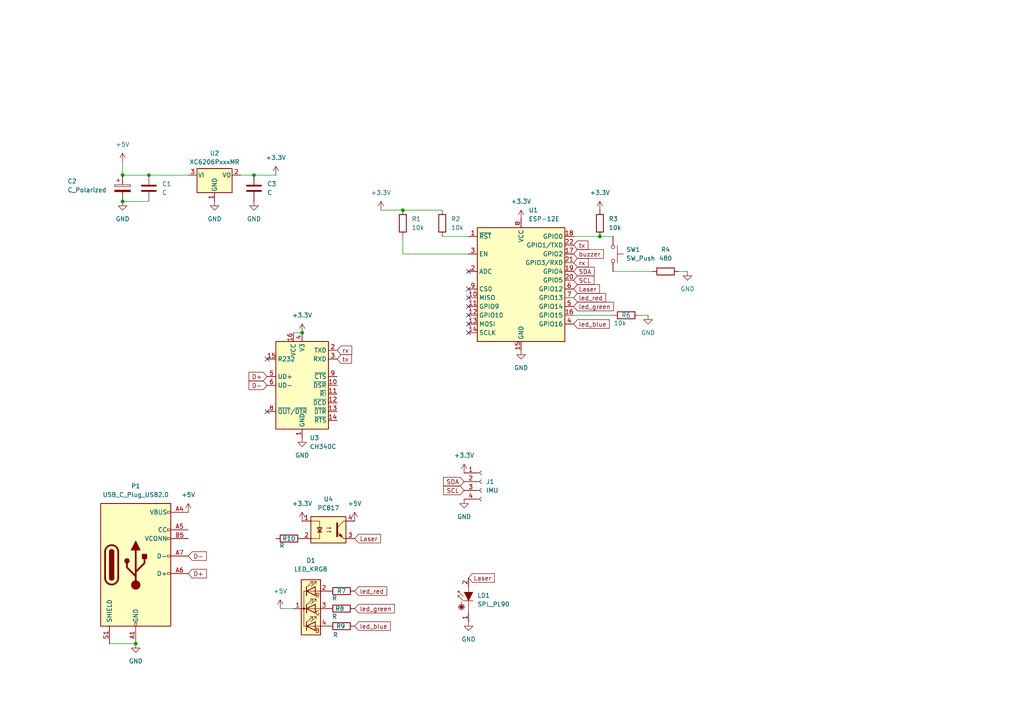
<source format=kicad_sch>
(kicad_sch (version 20231120) (generator "eeschema") (generator_version "8.0")
  (paper "A4")
  (title_block (title "SIMHIT") (date "2024-05-28") (rev "0.1") (company "Universidad Austral de Chile") (comment 1 "David Ávila Quezada"))
  (lib_symbols
    (symbol "Connector:Conn_01x04_Socket" (pin_names (offset 1.016) hide)
      (property "Reference" "J" (at 0 5.08 0))
      (property "Value" "Conn_01x04_Socket" (at 0 -7.62 0))
      (symbol "Conn_01x04_Socket_1_1"
        (arc (start 0 -4.572) (mid -0.5058 -5.08) (end 0 -5.588) (stroke (width 0.1524)))
        (arc (start 0 -2.032) (mid -0.5058 -2.54) (end 0 -3.048) (stroke (width 0.1524)))
        (polyline (pts (xy -1.27 -5.08) (xy -0.508 -5.08)) (stroke (width 0.1524)))
        (polyline (pts (xy -1.27 -2.54) (xy -0.508 -2.54)) (stroke (width 0.1524)))
        (polyline (pts (xy -1.27 0) (xy -0.508 0)) (stroke (width 0.1524)))
        (polyline (pts (xy -1.27 2.54) (xy -0.508 2.54)) (stroke (width 0.1524)))
        (arc (start 0 0.508) (mid -0.5058 0) (end 0 -0.508) (stroke (width 0.1524)))
        (arc (start 0 3.048) (mid -0.5058 2.54) (end 0 2.032) (stroke (width 0.1524)))
        (pin passive line (at -5.08 2.54 0) (length 3.81) (name "Pin_1") (number "1"))
        (pin passive line (at -5.08 0 0) (length 3.81) (name "Pin_2") (number "2"))
        (pin passive line (at -5.08 -2.54 0) (length 3.81) (name "Pin_3") (number "3"))
        (pin passive line (at -5.08 -5.08 0) (length 3.81) (name "Pin_4") (number "4"))
      )
    )
    (symbol "Connector:USB_C_Plug_USB2.0" (pin_names (offset 1.016))
      (property "Reference" "P" (at -10.16 19.05 0))
      (property "Value" "USB_C_Plug_USB2.0" (at 12.7 19.05 0))
      (symbol "USB_C_Plug_USB2.0_0_0"
        (rectangle (start -0.254 -17.78) (end 0.254 -16.764))
        (rectangle (start 10.16 -2.286) (end 9.144 -2.794))
        (rectangle (start 10.16 2.794) (end 9.144 2.286))
        (rectangle (start 10.16 7.874) (end 9.144 7.366))
        (rectangle (start 10.16 10.414) (end 9.144 9.906))
        (rectangle (start 10.16 15.494) (end 9.144 14.986))
      )
      (symbol "USB_C_Plug_USB2.0_0_1"
        (rectangle (start -10.16 17.78) (end 10.16 -17.78) (stroke (width 0.254)) (fill (type background)))
        (arc (start -8.89 -3.81) (mid -6.985 -5.7067) (end -5.08 -3.81) (stroke (width 0.508)))
        (arc (start -7.62 -3.81) (mid -6.985 -4.4423) (end -6.35 -3.81) (stroke (width 0.254)))
        (arc (start -7.62 -3.81) (mid -6.985 -4.4423) (end -6.35 -3.81) (stroke (width 0.254)) (fill (type outline)))
        (rectangle (start -7.62 -3.81) (end -6.35 3.81) (stroke (width 0.254)) (fill (type outline)))
        (arc (start -6.35 3.81) (mid -6.985 4.4423) (end -7.62 3.81) (stroke (width 0.254)))
        (arc (start -6.35 3.81) (mid -6.985 4.4423) (end -7.62 3.81) (stroke (width 0.254)) (fill (type outline)))
        (arc (start -5.08 3.81) (mid -6.985 5.7067) (end -8.89 3.81) (stroke (width 0.508)))
        (circle (center -2.54 1.143) (radius 0.635) (stroke (width 0.254)) (fill (type outline)))
        (circle (center 0 -5.842) (radius 1.27) (fill (type outline)))
        (polyline (pts (xy -8.89 -3.81) (xy -8.89 3.81)) (stroke (width 0.508)))
        (polyline (pts (xy -5.08 3.81) (xy -5.08 -3.81)) (stroke (width 0.508)))
        (polyline (pts (xy 0 -5.842) (xy 0 4.318)) (stroke (width 0.508)))
        (polyline (pts (xy 0 -3.302) (xy -2.54 -0.762) (xy -2.54 0.508)) (stroke (width 0.508)))
        (polyline (pts (xy 0 -2.032) (xy 2.54 0.508) (xy 2.54 1.778)) (stroke (width 0.508)))
        (polyline (pts (xy -1.27 4.318) (xy 0 6.858) (xy 1.27 4.318) (xy -1.27 4.318)) (stroke (width 0.254)) (fill (type outline)))
        (rectangle (start 1.905 1.778) (end 3.175 3.048) (stroke (width 0.254)) (fill (type outline)))
      )
      (symbol "USB_C_Plug_USB2.0_1_1"
        (pin passive line (at 0 -22.86 90) (length 5.08) (name "GND") (number "A1"))
        (pin passive line (at 0 -22.86 90) (length 5.08) hide (name "GND") (number "A12"))
        (pin passive line (at 15.24 15.24 180) (length 5.08) (name "VBUS") (number "A4"))
        (pin bidirectional line (at 15.24 10.16 180) (length 5.08) (name "CC") (number "A5"))
        (pin bidirectional line (at 15.24 -2.54 180) (length 5.08) (name "D+") (number "A6"))
        (pin bidirectional line (at 15.24 2.54 180) (length 5.08) (name "D-") (number "A7"))
        (pin passive line (at 15.24 15.24 180) (length 5.08) hide (name "VBUS") (number "A9"))
        (pin passive line (at 0 -22.86 90) (length 5.08) hide (name "GND") (number "B1"))
        (pin passive line (at 0 -22.86 90) (length 5.08) hide (name "GND") (number "B12"))
        (pin passive line (at 15.24 15.24 180) (length 5.08) hide (name "VBUS") (number "B4"))
        (pin bidirectional line (at 15.24 7.62 180) (length 5.08) (name "VCONN") (number "B5"))
        (pin passive line (at 15.24 15.24 180) (length 5.08) hide (name "VBUS") (number "B9"))
        (pin passive line (at -7.62 -22.86 90) (length 5.08) (name "SHIELD") (number "S1"))
      )
    )
    (symbol "Device:C" (pin_numbers hide) (pin_names (offset 0.254))
      (property "Reference" "C" (at 0.635 2.54 0))
      (property "Value" "C" (at 0.635 -2.54 0))
      (symbol "C_0_1"
        (polyline (pts (xy -2.032 -0.762) (xy 2.032 -0.762)) (stroke (width 0.508)))
        (polyline (pts (xy -2.032 0.762) (xy 2.032 0.762)) (stroke (width 0.508)))
      )
      (symbol "C_1_1"
        (pin passive line (at 0 3.81 270) (length 2.794) (name "~") (number "1"))
        (pin passive line (at 0 -3.81 90) (length 2.794) (name "~") (number "2"))
      )
    )
    (symbol "Device:C_Polarized" (pin_numbers hide) (pin_names (offset 0.254))
      (property "Reference" "C" (at 0.635 2.54 0))
      (property "Value" "C_Polarized" (at 0.635 -2.54 0))
      (symbol "C_Polarized_0_1"
        (rectangle (start -2.286 0.508) (end 2.286 1.016))
        (polyline (pts (xy -1.778 2.286) (xy -0.762 2.286)))
        (polyline (pts (xy -1.27 2.794) (xy -1.27 1.778)))
        (rectangle (start 2.286 -0.508) (end -2.286 -1.016) (fill (type outline)))
      )
      (symbol "C_Polarized_1_1"
        (pin passive line (at 0 3.81 270) (length 2.794) (name "~") (number "1"))
        (pin passive line (at 0 -3.81 90) (length 2.794) (name "~") (number "2"))
      )
    )
    (symbol "Device:LED_KRGB" (pin_names (offset 0) hide)
      (property "Reference" "D" (at 0 9.398 0))
      (property "Value" "LED_KRGB" (at 0 -8.89 0))
      (symbol "LED_KRGB_0_0"
        (text "B" (at 1.905 -6.35 0) (effects (font (size 1.27 1.27))))
        (text "G" (at 1.905 -1.27 0) (effects (font (size 1.27 1.27))))
        (text "R" (at 1.905 3.81 0) (effects (font (size 1.27 1.27))))
      )
      (symbol "LED_KRGB_0_1"
        (circle (center -2.032 0) (radius 0.254) (fill (type outline)))
        (polyline (pts (xy -1.27 -5.08) (xy 1.27 -5.08)))
        (polyline (pts (xy -1.27 -3.81) (xy -1.27 -6.35)) (stroke (width 0.254)))
        (polyline (pts (xy -1.27 0) (xy -2.54 0)))
        (polyline (pts (xy -1.27 1.27) (xy -1.27 -1.27)) (stroke (width 0.254)))
        (polyline (pts (xy -1.27 5.08) (xy 1.27 5.08)))
        (polyline (pts (xy -1.27 6.35) (xy -1.27 3.81)) (stroke (width 0.254)))
        (polyline (pts (xy 1.27 -5.08) (xy 2.54 -5.08)))
        (polyline (pts (xy 1.27 0) (xy -1.27 0)))
        (polyline (pts (xy 1.27 0) (xy 2.54 0)))
        (polyline (pts (xy 1.27 5.08) (xy 2.54 5.08)))
        (polyline (pts (xy -1.27 1.27) (xy -1.27 -1.27) (xy -1.27 -1.27)))
        (polyline (pts (xy -1.27 6.35) (xy -1.27 3.81) (xy -1.27 3.81)))
        (polyline (pts (xy -1.27 5.08) (xy -2.032 5.08) (xy -2.032 -5.08) (xy -1.016 -5.08)))
        (polyline (pts (xy 1.27 -3.81) (xy 1.27 -6.35) (xy -1.27 -5.08) (xy 1.27 -3.81)) (stroke (width 0.254)))
        (polyline (pts (xy 1.27 1.27) (xy 1.27 -1.27) (xy -1.27 0) (xy 1.27 1.27)) (stroke (width 0.254)))
        (polyline (pts (xy 1.27 6.35) (xy 1.27 3.81) (xy -1.27 5.08) (xy 1.27 6.35)) (stroke (width 0.254)))
        (polyline (pts (xy -1.016 -3.81) (xy 0.508 -2.286) (xy -0.254 -2.286) (xy 0.508 -2.286) (xy 0.508 -3.048)))
        (polyline (pts (xy -1.016 1.27) (xy 0.508 2.794) (xy -0.254 2.794) (xy 0.508 2.794) (xy 0.508 2.032)))
        (polyline (pts (xy -1.016 6.35) (xy 0.508 7.874) (xy -0.254 7.874) (xy 0.508 7.874) (xy 0.508 7.112)))
        (polyline (pts (xy 0 -3.81) (xy 1.524 -2.286) (xy 0.762 -2.286) (xy 1.524 -2.286) (xy 1.524 -3.048)))
        (polyline (pts (xy 0 1.27) (xy 1.524 2.794) (xy 0.762 2.794) (xy 1.524 2.794) (xy 1.524 2.032)))
        (polyline (pts (xy 0 6.35) (xy 1.524 7.874) (xy 0.762 7.874) (xy 1.524 7.874) (xy 1.524 7.112)))
        (rectangle (start 1.27 -1.27) (end 1.27 1.27))
        (rectangle (start 1.27 1.27) (end 1.27 1.27))
        (rectangle (start 1.27 3.81) (end 1.27 6.35))
        (rectangle (start 1.27 6.35) (end 1.27 6.35))
        (rectangle (start 2.794 8.382) (end -2.794 -7.62) (stroke (width 0.254)) (fill (type background)))
      )
      (symbol "LED_KRGB_1_1"
        (pin passive line (at -5.08 0 0) (length 2.54) (name "K") (number "1"))
        (pin passive line (at 5.08 5.08 180) (length 2.54) (name "RA") (number "2"))
        (pin passive line (at 5.08 0 180) (length 2.54) (name "GA") (number "3"))
        (pin passive line (at 5.08 -5.08 180) (length 2.54) (name "BA") (number "4"))
      )
    )
    (symbol "Device:R" (pin_numbers hide) (pin_names (offset 0))
      (property "Reference" "R" (at 2.032 0 90))
      (property "Value" "R" (at 0 0 90))
      (symbol "R_0_1"
        (rectangle (start -1.016 -2.54) (end 1.016 2.54) (stroke (width 0.254)))
      )
      (symbol "R_1_1"
        (pin passive line (at 0 3.81 270) (length 1.27) (name "~") (number "1"))
        (pin passive line (at 0 -3.81 90) (length 1.27) (name "~") (number "2"))
      )
    )
    (symbol "Diode_Laser:SPL_PL90" (pin_names (offset 1.016) hide)
      (property "Reference" "LD" (at -1.27 4.445 0))
      (property "Value" "SPL_PL90" (at -1.27 -2.54 0))
      (symbol "SPL_PL90_0_1"
        (polyline (pts (xy -4.064 1.27) (xy -2.54 2.794)))
        (polyline (pts (xy -4.064 1.778) (xy -2.54 2.286)))
        (polyline (pts (xy -4.064 2.286) (xy -2.54 1.778)))
        (polyline (pts (xy -4.064 2.794) (xy -2.54 1.27)))
        (polyline (pts (xy -3.556 2.794) (xy -3.048 1.27)))
        (polyline (pts (xy -3.302 2.032) (xy -3.302 1.016)))
        (polyline (pts (xy -3.302 2.032) (xy -3.302 3.048)))
        (polyline (pts (xy -3.048 2.794) (xy -3.556 1.27)))
        (polyline (pts (xy -1.778 2.032) (xy -4.318 2.032)))
        (polyline (pts (xy -1.524 1.27) (xy -1.524 -1.27)) (stroke (width 0.1524)))
        (polyline (pts (xy 1.27 3.048) (xy 0.762 3.048)))
        (polyline (pts (xy 2.54 0) (xy -5.08 0)))
        (polyline (pts (xy -0.254 1.524) (xy 1.27 3.048) (xy 1.27 2.54)))
        (polyline (pts (xy 1.016 1.27) (xy -1.524 0) (xy 1.016 -1.27)) (fill (type outline)))
        (polyline (pts (xy -1.524 1.524) (xy 0 3.048) (xy 0 2.54) (xy 0 3.048) (xy -0.508 3.048)))
      )
      (symbol "SPL_PL90_1_1"
        (pin passive line (at -7.62 0 0) (length 2.54) (name "C") (number "1"))
        (pin passive line (at 5.08 0 180) (length 2.54) (name "A") (number "2"))
      )
    )
    (symbol "Interface_USB:CH340C"
      (property "Reference" "U" (at -5.08 13.97 0))
      (property "Value" "CH340C" (at 1.27 13.97 0))
      (symbol "CH340C_0_1"
        (rectangle (start -7.62 12.7) (end 7.62 -12.7) (stroke (width 0.254)) (fill (type background)))
      )
      (symbol "CH340C_1_1"
        (pin power_in line (at 0 -15.24 90) (length 2.54) (name "GND") (number "1"))
        (pin input line (at 10.16 0 180) (length 2.54) (name "~{DSR}") (number "10"))
        (pin input line (at 10.16 -2.54 180) (length 2.54) (name "~{RI}") (number "11"))
        (pin input line (at 10.16 -5.08 180) (length 2.54) (name "~{DCD}") (number "12"))
        (pin output line (at 10.16 -7.62 180) (length 2.54) (name "~{DTR}") (number "13"))
        (pin output line (at 10.16 -10.16 180) (length 2.54) (name "~{RTS}") (number "14"))
        (pin input line (at -10.16 7.62 0) (length 2.54) (name "R232") (number "15"))
        (pin power_in line (at -2.54 15.24 270) (length 2.54) (name "VCC") (number "16"))
        (pin output line (at 10.16 10.16 180) (length 2.54) (name "TXD") (number "2"))
        (pin input line (at 10.16 7.62 180) (length 2.54) (name "RXD") (number "3"))
        (pin power_out line (at 0 15.24 270) (length 2.54) (name "V3") (number "4"))
        (pin bidirectional line (at -10.16 2.54 0) (length 2.54) (name "UD+") (number "5"))
        (pin bidirectional line (at -10.16 0 0) (length 2.54) (name "UD-") (number "6"))
        (pin no_connect line (at -7.62 -5.08 0) (length 2.54) hide (name "NC") (number "7"))
        (pin output line (at -10.16 -7.62 0) (length 2.54) (name "~{OUT}/~{DTR}") (number "8"))
        (pin input line (at 10.16 2.54 180) (length 2.54) (name "~{CTS}") (number "9"))
      )
    )
    (symbol "Isolator:PC817" (pin_names (offset 1.016))
      (property "Reference" "U" (at -5.08 5.08 0))
      (property "Value" "PC817" (at 0 5.08 0))
      (symbol "PC817_0_1"
        (rectangle (start -5.08 3.81) (end 5.08 -3.81) (stroke (width 0.254)) (fill (type background)))
        (polyline (pts (xy -3.175 -0.635) (xy -1.905 -0.635)) (stroke (width 0.254)))
        (polyline (pts (xy 2.54 0.635) (xy 4.445 2.54)))
        (polyline (pts (xy 4.445 -2.54) (xy 2.54 -0.635)) (fill (type outline)))
        (polyline (pts (xy 4.445 -2.54) (xy 5.08 -2.54)))
        (polyline (pts (xy 4.445 2.54) (xy 5.08 2.54)))
        (polyline (pts (xy -5.08 2.54) (xy -2.54 2.54) (xy -2.54 -0.635)))
        (polyline (pts (xy -2.54 -0.635) (xy -2.54 -2.54) (xy -5.08 -2.54)))
        (polyline (pts (xy 2.54 1.905) (xy 2.54 -1.905) (xy 2.54 -1.905)) (stroke (width 0.508)))
        (polyline (pts (xy -2.54 -0.635) (xy -3.175 0.635) (xy -1.905 0.635) (xy -2.54 -0.635)) (stroke (width 0.254)))
        (polyline (pts (xy -0.508 -0.508) (xy 0.762 -0.508) (xy 0.381 -0.635) (xy 0.381 -0.381) (xy 0.762 -0.508)))
        (polyline (pts (xy -0.508 0.508) (xy 0.762 0.508) (xy 0.381 0.381) (xy 0.381 0.635) (xy 0.762 0.508)))
        (polyline (pts (xy 3.048 -1.651) (xy 3.556 -1.143) (xy 4.064 -2.159) (xy 3.048 -1.651) (xy 3.048 -1.651)) (fill (type outline)))
      )
      (symbol "PC817_1_1"
        (pin passive line (at -7.62 2.54 0) (length 2.54) (name "~") (number "1"))
        (pin passive line (at -7.62 -2.54 0) (length 2.54) (name "~") (number "2"))
        (pin passive line (at 7.62 -2.54 180) (length 2.54) (name "~") (number "3"))
        (pin passive line (at 7.62 2.54 180) (length 2.54) (name "~") (number "4"))
      )
    )
    (symbol "RF_Module:ESP-12E"
      (property "Reference" "U" (at -12.7 19.05 0))
      (property "Value" "ESP-12E" (at 12.7 19.05 0))
      (symbol "ESP-12E_0_1"
        (rectangle (start -12.7 17.78) (end 12.7 -15.24) (stroke (width 0.254)) (fill (type background)))
      )
      (symbol "ESP-12E_1_1"
        (pin input line (at -15.24 15.24 0) (length 2.54) (name "~{RST}") (number "1"))
        (pin bidirectional line (at -15.24 -2.54 0) (length 2.54) (name "MISO") (number "10"))
        (pin bidirectional line (at -15.24 -5.08 0) (length 2.54) (name "GPIO9") (number "11"))
        (pin bidirectional line (at -15.24 -7.62 0) (length 2.54) (name "GPIO10") (number "12"))
        (pin bidirectional line (at -15.24 -10.16 0) (length 2.54) (name "MOSI") (number "13"))
        (pin bidirectional line (at -15.24 -12.7 0) (length 2.54) (name "SCLK") (number "14"))
        (pin power_in line (at 0 -17.78 90) (length 2.54) (name "GND") (number "15"))
        (pin bidirectional line (at 15.24 -7.62 180) (length 2.54) (name "GPIO15") (number "16"))
        (pin bidirectional line (at 15.24 10.16 180) (length 2.54) (name "GPIO2") (number "17"))
        (pin bidirectional line (at 15.24 15.24 180) (length 2.54) (name "GPIO0") (number "18"))
        (pin bidirectional line (at 15.24 5.08 180) (length 2.54) (name "GPIO4") (number "19"))
        (pin input line (at -15.24 5.08 0) (length 2.54) (name "ADC") (number "2"))
        (pin bidirectional line (at 15.24 2.54 180) (length 2.54) (name "GPIO5") (number "20"))
        (pin bidirectional line (at 15.24 7.62 180) (length 2.54) (name "GPIO3/RXD") (number "21"))
        (pin bidirectional line (at 15.24 12.7 180) (length 2.54) (name "GPIO1/TXD") (number "22"))
        (pin input line (at -15.24 10.16 0) (length 2.54) (name "EN") (number "3"))
        (pin bidirectional line (at 15.24 -10.16 180) (length 2.54) (name "GPIO16") (number "4"))
        (pin bidirectional line (at 15.24 -5.08 180) (length 2.54) (name "GPIO14") (number "5"))
        (pin bidirectional line (at 15.24 0 180) (length 2.54) (name "GPIO12") (number "6"))
        (pin bidirectional line (at 15.24 -2.54 180) (length 2.54) (name "GPIO13") (number "7"))
        (pin power_in line (at 0 20.32 270) (length 2.54) (name "VCC") (number "8"))
        (pin input line (at -15.24 0 0) (length 2.54) (name "CS0") (number "9"))
      )
    )
    (symbol "Regulator_Linear:XC6206PxxxMR" (pin_names (offset 0.254))
      (property "Reference" "U" (at -3.81 3.175 0))
      (property "Value" "XC6206PxxxMR" (at 0 3.175 0))
      (symbol "XC6206PxxxMR_0_1"
        (rectangle (start -5.08 1.905) (end 5.08 -5.08) (stroke (width 0.254)) (fill (type background)))
      )
      (symbol "XC6206PxxxMR_1_1"
        (pin power_in line (at 0 -7.62 90) (length 2.54) (name "GND") (number "1"))
        (pin power_out line (at 7.62 0 180) (length 2.54) (name "VO") (number "2"))
        (pin power_in line (at -7.62 0 0) (length 2.54) (name "VI") (number "3"))
      )
    )
    (symbol "Switch:SW_Push" (pin_numbers hide) (pin_names (offset 1.016) hide)
      (property "Reference" "SW" (at 1.27 2.54 0))
      (property "Value" "SW_Push" (at 0 -1.524 0))
      (symbol "SW_Push_0_1"
        (circle (center -2.032 0) (radius 0.508))
        (polyline (pts (xy 0 1.27) (xy 0 3.048)))
        (polyline (pts (xy 2.54 1.27) (xy -2.54 1.27)))
        (circle (center 2.032 0) (radius 0.508))
        (pin passive line (at -5.08 0 0) (length 2.54) (name "1") (number "1"))
        (pin passive line (at 5.08 0 180) (length 2.54) (name "2") (number "2"))
      )
    )
    (symbol "power:+3.3V" (power) (pin_numbers hide) (pin_names (offset 0) hide)
      (property "Value" "+3.3V" (at 0 3.556 0))
      (symbol "+3.3V_0_1"
        (polyline (pts (xy -0.762 1.27) (xy 0 2.54)))
        (polyline (pts (xy 0 0) (xy 0 2.54)))
        (polyline (pts (xy 0 2.54) (xy 0.762 1.27)))
      )
      (symbol "+3.3V_1_1"
        (pin power_in line (at 0 0 90) (length 0) (name "~") (number "1"))
      )
    )
    (symbol "power:+5V" (power) (pin_numbers hide) (pin_names (offset 0) hide)
      (property "Value" "+5V" (at 0 3.556 0))
      (symbol "+5V_0_1"
        (polyline (pts (xy -0.762 1.27) (xy 0 2.54)))
        (polyline (pts (xy 0 0) (xy 0 2.54)))
        (polyline (pts (xy 0 2.54) (xy 0.762 1.27)))
      )
      (symbol "+5V_1_1"
        (pin power_in line (at 0 0 90) (length 0) (name "~") (number "1"))
      )
    )
    (symbol "power:GND" (power) (pin_numbers hide) (pin_names (offset 0) hide)
      (property "Value" "GND" (at 0 -3.81 0))
      (symbol "GND_0_1"
        (polyline (pts (xy 0 0) (xy 0 -1.27) (xy 1.27 -1.27) (xy 0 -2.54) (xy -1.27 -1.27) (xy 0 -1.27)))
      )
      (symbol "GND_1_1"
        (pin power_in line (at 0 0 270) (length 0) (name "~") (number "1"))
      )
    )
  )
  (junction (at 116.84 60.96))
  (junction (at 39.37 186.69))
  (junction (at 173.99 68.58))
  (junction (at 35.56 50.8))
  (junction (at 73.66 50.8))
  (junction (at 35.56 58.42))
  (junction (at 43.18 50.8))
  (junction (at 87.63 96.52))
  (no_connect (at 135.89 91.44))
  (no_connect (at 135.89 78.74))
  (no_connect (at 135.89 86.36))
  (no_connect (at 77.47 104.14))
  (no_connect (at 135.89 93.98))
  (no_connect (at 77.47 119.38))
  (no_connect (at 135.89 96.52))
  (no_connect (at 135.89 88.9))
  (no_connect (at 135.89 83.82))
  (wire (pts (xy 35.56 50.8) (xy 43.18 50.8)))
  (wire (pts (xy 185.42 91.44) (xy 187.96 91.44)))
  (wire (pts (xy 85.09 96.52) (xy 87.63 96.52)))
  (wire (pts (xy 35.56 58.42) (xy 43.18 58.42)))
  (wire (pts (xy 116.84 60.96) (xy 128.27 60.96)))
  (wire (pts (xy 128.27 68.58) (xy 135.89 68.58)))
  (wire (pts (xy 31.75 186.69) (xy 39.37 186.69)))
  (wire (pts (xy 35.56 46.99) (xy 35.56 50.8)))
  (wire (pts (xy 135.89 73.66) (xy 116.84 73.66)))
  (wire (pts (xy 110.49 60.96) (xy 116.84 60.96)))
  (wire (pts (xy 73.66 50.8) (xy 80.01 50.8)))
  (wire (pts (xy 196.85 78.74) (xy 199.39 78.74)))
  (wire (pts (xy 166.37 68.58) (xy 173.99 68.58)))
  (wire (pts (xy 69.85 50.8) (xy 73.66 50.8)))
  (wire (pts (xy 177.8 78.74) (xy 189.23 78.74)))
  (wire (pts (xy 43.18 50.8) (xy 54.61 50.8)))
  (wire (pts (xy 166.37 91.44) (xy 177.8 91.44)))
  (wire (pts (xy 116.84 73.66) (xy 116.84 68.58)))
  (wire (pts (xy 81.28 176.53) (xy 85.09 176.53)))
  (wire (pts (xy 173.99 68.58) (xy 177.8 68.58)))
  (global_label "D+" (shape input) (at 54.61 166.37 0) (property "Intersheetrefs" "${INTERSHEET_REFS}" (effects (hide yes))))
  (global_label "led_blue" (shape input) (at 102.87 181.61 0) (property "Intersheetrefs" "${INTERSHEET_REFS}" (effects (hide yes))))
  (global_label "SDA" (shape input) (at 166.37 78.74 0) (property "Intersheetrefs" "${INTERSHEET_REFS}" (effects (hide yes))))
  (global_label "rx" (shape input) (at 166.37 76.2 0) (property "Intersheetrefs" "${INTERSHEET_REFS}" (effects (hide yes))))
  (global_label "led_green" (shape input) (at 166.37 88.9 0) (property "Intersheetrefs" "${INTERSHEET_REFS}" (effects (hide yes))))
  (global_label "SCL" (shape input) (at 134.62 142.24 180) (property "Intersheetrefs" "${INTERSHEET_REFS}" (effects (hide yes))))
  (global_label "Laser" (shape input) (at 166.37 83.82 0) (property "Intersheetrefs" "${INTERSHEET_REFS}" (effects (hide yes))))
  (global_label "led_blue" (shape input) (at 166.37 93.98 0) (property "Intersheetrefs" "${INTERSHEET_REFS}" (effects (hide yes))))
  (global_label "led_red" (shape input) (at 102.87 171.45 0) (property "Intersheetrefs" "${INTERSHEET_REFS}" (effects (hide yes))))
  (global_label "D-" (shape input) (at 77.47 111.76 180) (property "Intersheetrefs" "${INTERSHEET_REFS}" (effects (hide yes))))
  (global_label "tx" (shape input) (at 97.79 104.14 0) (property "Intersheetrefs" "${INTERSHEET_REFS}" (effects (hide yes))))
  (global_label "Laser" (shape input) (at 102.87 156.21 0) (property "Intersheetrefs" "${INTERSHEET_REFS}" (effects (hide yes))))
  (global_label "buzzer" (shape input) (at 166.37 73.66 0) (property "Intersheetrefs" "${INTERSHEET_REFS}" (effects (hide yes))))
  (global_label "tx" (shape input) (at 166.37 71.12 0) (property "Intersheetrefs" "${INTERSHEET_REFS}" (effects (hide yes))))
  (global_label "D+" (shape input) (at 77.47 109.22 180) (property "Intersheetrefs" "${INTERSHEET_REFS}" (effects (hide yes))))
  (global_label "rx" (shape input) (at 97.79 101.6 0) (property "Intersheetrefs" "${INTERSHEET_REFS}" (effects (hide yes))))
  (global_label "D-" (shape input) (at 54.61 161.29 0) (property "Intersheetrefs" "${INTERSHEET_REFS}" (effects (hide yes))))
  (global_label "SCL" (shape input) (at 166.37 81.28 0) (property "Intersheetrefs" "${INTERSHEET_REFS}" (effects (hide yes))))
  (global_label "led_green" (shape input) (at 102.87 176.53 0) (property "Intersheetrefs" "${INTERSHEET_REFS}" (effects (hide yes))))
  (global_label "SDA" (shape input) (at 134.62 139.7 180) (property "Intersheetrefs" "${INTERSHEET_REFS}" (effects (hide yes))))
  (global_label "led_red" (shape input) (at 166.37 86.36 0) (property "Intersheetrefs" "${INTERSHEET_REFS}" (effects (hide yes))))
  (global_label "Laser" (shape input) (at 135.89 167.64 0) (property "Intersheetrefs" "${INTERSHEET_REFS}" (effects (hide yes))))
  (symbol (lib_id "power:+3.3V") (at 110.49 60.96 0) (unit 1)
    (property "Reference" "#PWR08" (effects (hide yes)))
    (property "Value" "+3.3V" (at 110.49 55.88 0))
    (property "Description" "Power symbol creates a global label with name \"+3.3V\"" (effects (hide yes)))
  )
  (symbol (lib_id "Device:R") (at 99.06 176.53 90) (unit 1)
    (property "Reference" "R8" (at 98.552 176.53 90))
    (property "Value" "R" (at 97.028 178.816 90))
    (property "Description" "Resistor" (effects (hide yes)))
  )
  (symbol (lib_id "Device:R") (at 181.61 91.44 270) (unit 1)
    (property "Reference" "R6" (at 181.61 91.44 90))
    (property "Value" "10k" (at 179.832 93.726 90))
    (property "Description" "Resistor" (effects (hide yes)))
  )
  (symbol (lib_id "Device:R") (at 173.99 64.77 0) (unit 1)
    (property "Reference" "R3" (at 176.53 63.4999 0) (effects (justify left)))
    (property "Value" "10k" (at 176.53 66.0399 0) (effects (justify left)))
    (property "Description" "Resistor" (effects (hide yes)))
  )
  (symbol (lib_id "power:+3.3V") (at 87.63 151.13 0) (unit 1)
    (property "Reference" "#PWR017" (effects (hide yes)))
    (property "Value" "+3.3V" (at 87.63 146.05 0))
    (property "Description" "Power symbol creates a global label with name \"+3.3V\"" (effects (hide yes)))
  )
  (symbol (lib_id "power:+3.3V") (at 173.99 60.96 0) (unit 1)
    (property "Reference" "#PWR010" (effects (hide yes)))
    (property "Value" "+3.3V" (at 173.99 55.88 0))
    (property "Description" "Power symbol creates a global label with name \"+3.3V\"" (effects (hide yes)))
  )
  (symbol (lib_id "Device:R") (at 193.04 78.74 270) (unit 1)
    (property "Reference" "R4" (at 193.04 72.39 90))
    (property "Value" "480" (at 193.04 74.93 90))
    (property "Description" "Resistor" (effects (hide yes)))
  )
  (symbol (lib_id "Switch:SW_Push") (at 177.8 73.66 270) (unit 1)
    (property "Reference" "SW1" (at 181.61 72.3899 90) (effects (justify left)))
    (property "Value" "SW_Push" (at 181.61 74.9299 90) (effects (justify left)))
    (property "Description" "Push button switch, generic, two pins" (effects (hide yes)))
  )
  (symbol (lib_id "power:GND") (at 134.62 144.78 0) (unit 1)
    (property "Reference" "#PWR020" (effects (hide yes)))
    (property "Value" "GND" (at 134.62 149.86 0))
    (property "Description" "Power symbol creates a global label with name \"GND\" , ground" (effects (hide yes)))
  )
  (symbol (lib_id "power:GND") (at 135.89 180.34 0) (unit 1)
    (property "Reference" "#PWR018" (effects (hide yes)))
    (property "Value" "GND" (at 135.89 185.42 0))
    (property "Description" "Power symbol creates a global label with name \"GND\" , ground" (effects (hide yes)))
  )
  (symbol (lib_id "Device:R") (at 128.27 64.77 0) (unit 1)
    (property "Reference" "R2" (at 130.81 63.4999 0) (effects (justify left)))
    (property "Value" "10k" (at 130.81 66.0399 0) (effects (justify left)))
    (property "Description" "Resistor" (effects (hide yes)))
  )
  (symbol (lib_id "power:GND") (at 187.96 91.44 0) (unit 1)
    (property "Reference" "#PWR012" (effects (hide yes)))
    (property "Value" "GND" (at 187.96 96.52 0))
    (property "Description" "Power symbol creates a global label with name \"GND\" , ground" (effects (hide yes)))
  )
  (symbol (lib_id "power:+5V") (at 35.56 46.99 0) (unit 1)
    (property "Reference" "#PWR03" (effects (hide yes)))
    (property "Value" "+5V" (at 35.56 41.91 0))
    (property "Description" "Power symbol creates a global label with name \"+5V\"" (effects (hide yes)))
  )
  (symbol (lib_id "power:+3.3V") (at 134.62 137.16 0) (unit 1)
    (property "Reference" "#PWR021" (effects (hide yes)))
    (property "Value" "+3.3V" (at 134.62 132.08 0))
    (property "Description" "Power symbol creates a global label with name \"+3.3V\"" (effects (hide yes)))
  )
  (symbol (lib_id "power:+3.3V") (at 151.13 63.5 0) (unit 1)
    (property "Reference" "#PWR07" (effects (hide yes)))
    (property "Value" "+3.3V" (at 151.13 58.42 0))
    (property "Description" "Power symbol creates a global label with name \"+3.3V\"" (effects (hide yes)))
  )
  (symbol (lib_id "Regulator_Linear:XC6206PxxxMR") (at 62.23 50.8 0) (unit 1)
    (property "Reference" "U2" (at 62.23 44.45 0))
    (property "Value" "XC6206PxxxMR" (at 62.23 46.99 0))
    (property "Footprint" "Package_TO_SOT_SMD:SOT-23-3" (effects (hide yes)))
    (property "Datasheet" "https://www.torexsemi.com/file/xc6206/XC6206.pdf" (effects (hide yes)))
    (property "Description" "Positive 60-250mA Low Dropout Regulator, Fixed Output, SOT-23" (effects (hide yes)))
  )
  (symbol (lib_id "Device:LED_KRGB") (at 90.17 176.53 0) (unit 1)
    (property "Reference" "D1" (at 90.17 162.56 0))
    (property "Value" "LED_KRGB" (at 90.17 165.1 0))
    (property "Description" "RGB LED, cathode/red/green/blue" (effects (hide yes)))
  )
  (symbol (lib_id "power:GND") (at 39.37 186.69 0) (unit 1)
    (property "Reference" "#PWR014" (effects (hide yes)))
    (property "Value" "GND" (at 39.37 191.77 0))
    (property "Description" "Power symbol creates a global label with name \"GND\" , ground" (effects (hide yes)))
  )
  (symbol (lib_id "power:GND") (at 151.13 101.6 0) (unit 1)
    (property "Reference" "#PWR09" (effects (hide yes)))
    (property "Value" "GND" (at 151.13 106.68 0))
    (property "Description" "Power symbol creates a global label with name \"GND\" , ground" (effects (hide yes)))
  )
  (symbol (lib_id "power:+3.3V") (at 87.63 96.52 0) (unit 1)
    (property "Reference" "#PWR013" (effects (hide yes)))
    (property "Value" "+3.3V" (at 87.63 91.44 0))
    (property "Description" "Power symbol creates a global label with name \"+3.3V\"" (effects (hide yes)))
  )
  (symbol (lib_id "power:GND") (at 199.39 78.74 0) (unit 1)
    (property "Reference" "#PWR011" (effects (hide yes)))
    (property "Value" "GND" (at 199.39 83.82 0))
    (property "Description" "Power symbol creates a global label with name \"GND\" , ground" (effects (hide yes)))
  )
  (symbol (lib_id "Interface_USB:CH340C") (at 87.63 111.76 0) (unit 1)
    (property "Reference" "U3" (at 89.8241 127 0) (effects (justify left)))
    (property "Value" "CH340C" (at 89.8241 129.54 0) (effects (justify left)))
    (property "Footprint" "Package_SO:SOIC-16_3.9x9.9mm_P1.27mm" (effects (hide yes)))
    (property "Datasheet" "https://datasheet.lcsc.com/szlcsc/Jiangsu-Qin-Heng-CH340C_C84681.pdf" (effects (hide yes)))
    (property "Description" "USB serial converter, UART, SOIC-16" (effects (hide yes)))
  )
  (symbol (lib_id "power:+5V") (at 54.61 148.59 0) (unit 1)
    (property "Reference" "#PWR015" (effects (hide yes)))
    (property "Value" "+5V" (at 54.61 143.51 0))
    (property "Description" "Power symbol creates a global label with name \"+5V\"" (effects (hide yes)))
  )
  (symbol (lib_id "power:GND") (at 62.23 58.42 0) (unit 1)
    (property "Reference" "#PWR04" (effects (hide yes)))
    (property "Value" "GND" (at 62.23 63.5 0))
    (property "Description" "Power symbol creates a global label with name \"GND\" , ground" (effects (hide yes)))
  )
  (symbol (lib_id "Device:C_Polarized") (at 35.56 54.61 0) (unit 1)
    (property "Reference" "C2" (at 19.558 52.578 0) (effects (justify left)))
    (property "Value" "C_Polarized" (at 19.558 55.118 0) (effects (justify left)))
    (property "Description" "Polarized capacitor" (effects (hide yes)))
  )
  (symbol (lib_id "Diode_Laser:SPL_PL90") (at 135.89 172.72 90) (unit 1)
    (property "Reference" "LD1" (at 138.43 172.7199 90) (effects (justify right)))
    (property "Value" "SPL_PL90" (at 138.43 175.2599 90) (effects (justify right)))
    (property "Footprint" "LED_THT:LED_D5.0mm" (effects (hide yes)))
    (property "Datasheet" "http://www.osram-os.com/Graphics/XPic0/00194565_0.pdf/SPL%20PL90.pdf" (effects (hide yes)))
    (property "Description" "Pulsed Laser Diode in Plastic Package 25W Peak Power" (effects (hide yes)))
  )
  (symbol (lib_id "Device:R") (at 83.82 156.21 90) (unit 1)
    (property "Reference" "R10" (at 83.82 156.21 90))
    (property "Value" "R" (at 81.788 158.242 90))
    (property "Description" "Resistor" (effects (hide yes)))
  )
  (symbol (lib_id "RF_Module:ESP-12E") (at 151.13 83.82 0) (unit 1)
    (property "Reference" "U1" (at 153.3241 60.96 0) (effects (justify left)))
    (property "Value" "ESP-12E" (at 153.3241 63.5 0) (effects (justify left)))
    (property "Footprint" "RF_Module:ESP-12E" (effects (hide yes)))
    (property "Datasheet" "http://wiki.ai-thinker.com/_media/esp8266/esp8266_series_modules_user_manual_v1.1.pdf" (effects (hide yes)))
    (property "Description" "802.11 b/g/n Wi-Fi Module" (effects (hide yes)))
  )
  (symbol (lib_id "Isolator:PC817") (at 95.25 153.67 0) (unit 1)
    (property "Reference" "U4" (at 95.25 144.78 0))
    (property "Value" "PC817" (at 95.25 147.32 0))
    (property "Footprint" "Package_DIP:DIP-4_W7.62mm" (effects (hide yes)))
    (property "Datasheet" "http://www.soselectronic.cz/a_info/resource/d/pc817.pdf" (effects (hide yes)))
    (property "Description" "DC Optocoupler, Vce 35V, CTR 50-300%, DIP-4" (effects (hide yes)))
  )
  (symbol (lib_id "Device:C") (at 73.66 54.61 0) (unit 1)
    (property "Reference" "C3" (at 77.47 53.3399 0) (effects (justify left)))
    (property "Value" "C" (at 77.47 55.8799 0) (effects (justify left)))
    (property "Description" "Unpolarized capacitor" (effects (hide yes)))
  )
  (symbol (lib_id "power:+3.3V") (at 80.01 50.8 0) (unit 1)
    (property "Reference" "#PWR02" (effects (hide yes)))
    (property "Value" "+3.3V" (at 80.01 45.72 0))
    (property "Description" "Power symbol creates a global label with name \"+3.3V\"" (effects (hide yes)))
  )
  (symbol (lib_id "power:GND") (at 73.66 58.42 0) (unit 1)
    (property "Reference" "#PWR06" (effects (hide yes)))
    (property "Value" "GND" (at 73.66 63.5 0))
    (property "Description" "Power symbol creates a global label with name \"GND\" , ground" (effects (hide yes)))
  )
  (symbol (lib_id "Device:R") (at 99.06 171.45 90) (unit 1)
    (property "Reference" "R7" (at 99.06 171.45 90))
    (property "Value" "R" (at 97.028 173.482 90))
    (property "Description" "Resistor" (effects (hide yes)))
  )
  (symbol (lib_id "Device:C") (at 43.18 54.61 0) (unit 1)
    (property "Reference" "C1" (at 46.99 53.3399 0) (effects (justify left)))
    (property "Value" "C" (at 46.99 55.8799 0) (effects (justify left)))
    (property "Description" "Unpolarized capacitor" (effects (hide yes)))
  )
  (symbol (lib_id "Device:R") (at 99.06 181.61 90) (unit 1)
    (property "Reference" "R9" (at 98.806 181.61 90))
    (property "Value" "R" (at 97.282 184.15 90))
    (property "Description" "Resistor" (effects (hide yes)))
  )
  (symbol (lib_id "power:GND") (at 87.63 127 0) (unit 1)
    (property "Reference" "#PWR01" (effects (hide yes)))
    (property "Value" "GND" (at 87.63 132.08 0))
    (property "Description" "Power symbol creates a global label with name \"GND\" , ground" (effects (hide yes)))
  )
  (symbol (lib_id "Device:R") (at 116.84 64.77 0) (unit 1)
    (property "Reference" "R1" (at 119.38 63.4999 0) (effects (justify left)))
    (property "Value" "10k" (at 119.38 66.0399 0) (effects (justify left)))
    (property "Description" "Resistor" (effects (hide yes)))
  )
  (symbol (lib_id "power:+5V") (at 81.28 176.53 0) (unit 1)
    (property "Reference" "#PWR016" (effects (hide yes)))
    (property "Value" "+5V" (at 81.28 171.45 0))
    (property "Description" "Power symbol creates a global label with name \"+5V\"" (effects (hide yes)))
  )
  (symbol (lib_id "power:+5V") (at 102.87 151.13 0) (unit 1)
    (property "Reference" "#PWR019" (effects (hide yes)))
    (property "Value" "+5V" (at 102.87 146.05 0))
    (property "Description" "Power symbol creates a global label with name \"+5V\"" (effects (hide yes)))
  )
  (symbol (lib_id "Connector:USB_C_Plug_USB2.0") (at 39.37 163.83 0) (unit 1)
    (property "Reference" "P1" (at 39.37 140.97 0))
    (property "Value" "USB_C_Plug_USB2.0" (at 39.37 143.51 0))
    (property "Datasheet" "https://www.usb.org/sites/default/files/documents/usb_type-c.zip" (effects (hide yes)))
    (property "Description" "USB 2.0-only Type-C Plug connector" (effects (hide yes)))
  )
  (symbol (lib_id "Connector:Conn_01x04_Socket") (at 139.7 139.7 0) (unit 1)
    (property "Reference" "J1" (at 140.97 139.6999 0) (effects (justify left)))
    (property "Value" "IMU" (at 140.97 142.2399 0) (effects (justify left)))
    (property "Description" "Generic connector, single row, 01x04, script generated" (effects (hide yes)))
  )
  (symbol (lib_id "power:GND") (at 35.56 58.42 0) (unit 1)
    (property "Reference" "#PWR05" (effects (hide yes)))
    (property "Value" "GND" (at 35.56 63.5 0))
    (property "Description" "Power symbol creates a global label with name \"GND\" , ground" (effects (hide yes)))
  )
)
</source>
